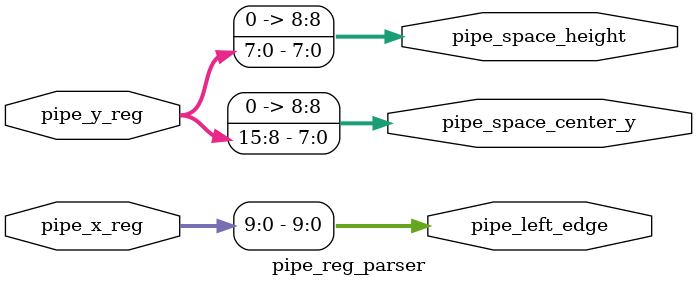
<source format=v>
module pipe_reg_parser(pipe_x_reg, pipe_y_reg, pipe_left_edge, pipe_space_center_y, pipe_space_height);
    input [31:0] pipe_x_reg, pipe_y_reg;
    output [9:0] pipe_left_edge;
    output [8:0] pipe_space_center_y, pipe_space_height;

    assign pipe_left_edge = pipe_x_reg;
    assign pipe_space_center_y = pipe_y_reg[15:8];
    assign pipe_space_height = pipe_y_reg[7:0];

endmodule
</source>
